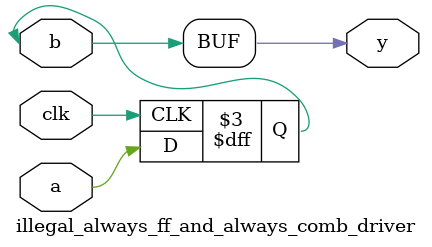
<source format=sv>
module illegal_always_ff_and_always_comb_driver (
  input logic clk,
  input logic a,
  input logic b,
  output logic y
);
  always_ff @(posedge clk)
    y <= a;
  always_comb y = b;
endmodule

</source>
